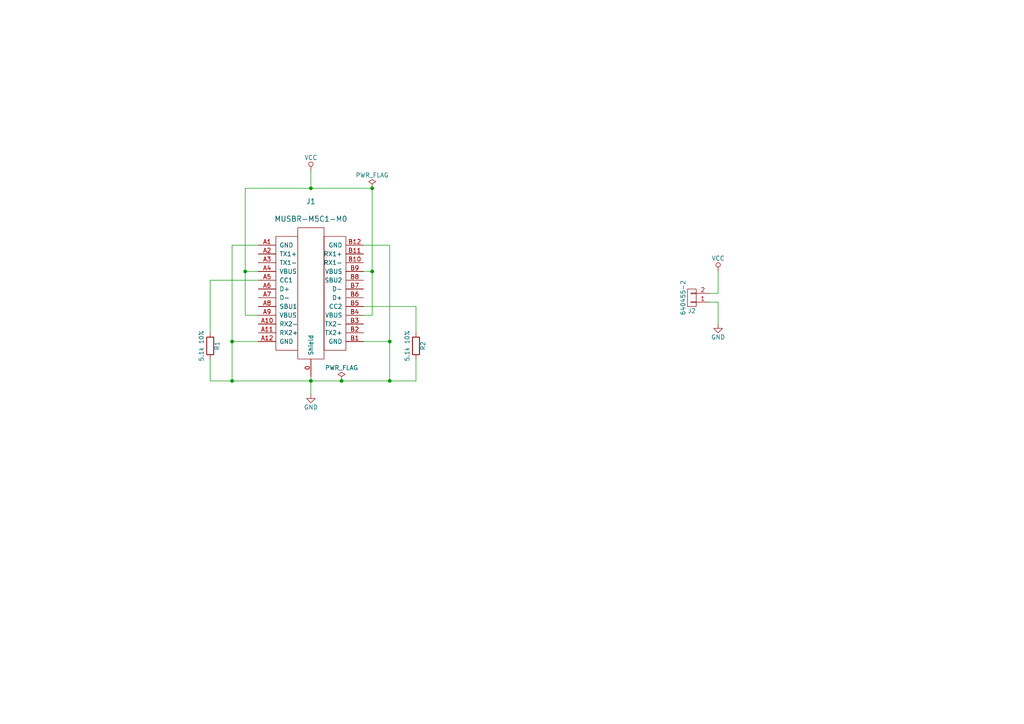
<source format=kicad_sch>
(kicad_sch (version 20230121) (generator eeschema)
  (paper "A4")
  (title_block (title "USB-C BREAKOUT (SIMPLE)") (date "2018-04-03") (rev "A") (company "VEENEMA DESIGN WORKS") (comment 1 "NOT USB-C COMPLIANT - NOT FOR PRODUCTION USE"))
  (lib_symbols
    (symbol "USB-C_Breakout-rescue:CONN_01X02" (pin_names (offset 1.016) hide)
      (property "Reference" "J" (at 0 3.81 0))
      (property "Value" "CONN_01X02" (at 2.54 0 90))
      (symbol "CONN_01X02_0_1"
        (rectangle (start -1.27 -1.143) (end 0.254 -1.397))
        (rectangle (start -1.27 1.397) (end 0.254 1.143))
        (rectangle (start -1.27 2.54) (end 1.27 -2.54))
      )
      (symbol "CONN_01X02_1_1"
        (pin passive line (at -5.08 1.27 0) (length 3.81) (name "P1") (number "1"))
        (pin passive line (at -5.08 -1.27 0) (length 3.81) (name "P2") (number "2"))
      )
    )
    (symbol "USB-C_Breakout-rescue:GND" (power) (pin_names (offset 0))
      (property "Value" "GND" (at 0 -3.81 0))
      (symbol "GND_0_1"
        (polyline (pts (xy 0 0) (xy 0 -1.27) (xy 1.27 -1.27) (xy 0 -2.54) (xy -1.27 -1.27) (xy 0 -1.27)))
      )
      (symbol "GND_1_1"
        (pin power_in line (at 0 0 270) (length 0) hide (name "GND") (number "1"))
      )
    )
    (symbol "USB-C_Breakout-rescue:PWR_FLAG" (power) (pin_numbers hide) (pin_names (offset 0) hide)
      (property "Value" "PWR_FLAG" (at 0 3.81 0))
      (symbol "PWR_FLAG_0_0"
        (pin power_out line (at 0 0 90) (length 0) (name "pwr") (number "1"))
      )
      (symbol "PWR_FLAG_0_1"
        (polyline (pts (xy 0 0) (xy 0 1.27) (xy -1.016 1.905) (xy 0 2.54) (xy 1.016 1.905) (xy 0 1.27)))
      )
    )
    (symbol "USB-C_Breakout-rescue:R" (pin_numbers hide) (pin_names (offset 0))
      (property "Reference" "R" (at 2.032 0 90))
      (property "Value" "R" (at 0 0 90))
      (symbol "R_0_1"
        (rectangle (start -1.016 -2.54) (end 1.016 2.54) (stroke (width 0.254)))
      )
      (symbol "R_1_1"
        (pin passive line (at 0 3.81 270) (length 1.27) (name "~") (number "1"))
        (pin passive line (at 0 -3.81 90) (length 1.27) (name "~") (number "2"))
      )
    )
    (symbol "USB-C_Breakout-rescue:USB_TYPE_C" (pin_names (offset 1.016))
      (property "Reference" "J" (at 0 26.67 0))
      (property "Value" "USB_TYPE_C" (at 0 21.59 0))
      (symbol "USB_TYPE_C_0_1"
        (rectangle (start -3.81 16.51) (end -10.16 -16.51))
        (rectangle (start -3.81 19.05) (end 3.81 -19.05))
        (rectangle (start 3.81 16.51) (end 3.81 16.51))
        (rectangle (start 3.81 16.51) (end 10.16 -16.51))
      )
      (symbol "USB_TYPE_C_1_1"
        (pin passive line (at 0 -24.13 90) (length 5.08) (name "Shield") (number "0"))
        (pin input line (at -15.24 13.97 0) (length 5.08) (name "GND") (number "A1"))
        (pin input line (at -15.24 -8.89 0) (length 5.08) (name "RX2-") (number "A10"))
        (pin input line (at -15.24 -11.43 0) (length 5.08) (name "RX2+") (number "A11"))
        (pin input line (at -15.24 -13.97 0) (length 5.08) (name "GND") (number "A12"))
        (pin input line (at -15.24 11.43 0) (length 5.08) (name "TX1+") (number "A2"))
        (pin input line (at -15.24 8.89 0) (length 5.08) (name "TX1-") (number "A3"))
        (pin input line (at -15.24 6.35 0) (length 5.08) (name "VBUS") (number "A4"))
        (pin bidirectional line (at -15.24 3.81 0) (length 5.08) (name "CC1") (number "A5"))
        (pin input line (at -15.24 1.27 0) (length 5.08) (name "D+") (number "A6"))
        (pin input line (at -15.24 -1.27 0) (length 5.08) (name "D-") (number "A7"))
        (pin input line (at -15.24 -3.81 0) (length 5.08) (name "SBU1") (number "A8"))
        (pin input line (at -15.24 -6.35 0) (length 5.08) (name "VBUS") (number "A9"))
        (pin input line (at 15.24 -13.97 180) (length 5.08) (name "GND") (number "B1"))
        (pin input line (at 15.24 8.89 180) (length 5.08) (name "RX1-") (number "B10"))
        (pin input line (at 15.24 11.43 180) (length 5.08) (name "RX1+") (number "B11"))
        (pin input line (at 15.24 13.97 180) (length 5.08) (name "GND") (number "B12"))
        (pin input line (at 15.24 -11.43 180) (length 5.08) (name "TX2+") (number "B2"))
        (pin input line (at 15.24 -8.89 180) (length 5.08) (name "TX2-") (number "B3"))
        (pin input line (at 15.24 -6.35 180) (length 5.08) (name "VBUS") (number "B4"))
        (pin bidirectional line (at 15.24 -3.81 180) (length 5.08) (name "CC2") (number "B5"))
        (pin input line (at 15.24 -1.27 180) (length 5.08) (name "D+") (number "B6"))
        (pin input line (at 15.24 1.27 180) (length 5.08) (name "D-") (number "B7"))
        (pin input line (at 15.24 3.81 180) (length 5.08) (name "SBU2") (number "B8"))
        (pin input line (at 15.24 6.35 180) (length 5.08) (name "VBUS") (number "B9"))
        (pin power_out line (at -5.08 40.64 0) (length 5.08) hide (name "GND") (number "G1"))
        (pin power_out line (at -5.08 44.45 0) (length 5.08) hide (name "GND") (number "G2"))
        (pin power_out line (at -5.08 48.26 0) (length 5.08) hide (name "GND") (number "G3"))
        (pin power_out line (at -5.08 52.07 0) (length 5.08) hide (name "GND") (number "G4"))
        (pin power_out line (at -5.08 55.88 0) (length 5.08) hide (name "GND") (number "G5"))
        (pin power_out line (at -5.08 59.69 0) (length 5.08) hide (name "GND") (number "G6"))
      )
    )
    (symbol "USB-C_Breakout-rescue:VCC" (power) (pin_names (offset 0))
      (property "Value" "VCC" (at 0 3.81 0))
      (symbol "VCC_0_1"
        (polyline (pts (xy 0 0) (xy 0 1.27)))
        (circle (center 0 1.905) (radius 0.635))
      )
      (symbol "VCC_1_1"
        (pin power_in line (at 0 0 90) (length 0) hide (name "VCC") (number "1"))
      )
    )
  )
  (junction (at 71.12 78.74))
  (junction (at 107.95 78.74))
  (junction (at 67.31 110.49))
  (junction (at 90.17 110.49))
  (junction (at 113.03 110.49))
  (junction (at 113.03 99.06))
  (junction (at 99.06 110.49))
  (junction (at 67.31 99.06))
  (junction (at 107.95 54.61))
  (junction (at 90.17 54.61))
  (wire (pts (xy 99.06 110.49) (xy 113.03 110.49)))
  (wire (pts (xy 67.31 99.06) (xy 67.31 110.49)))
  (wire (pts (xy 107.95 91.44) (xy 105.41 91.44)))
  (wire (pts (xy 205.74 87.63) (xy 208.28 87.63)))
  (wire (pts (xy 105.41 71.12) (xy 113.03 71.12)))
  (wire (pts (xy 71.12 54.61) (xy 90.17 54.61)))
  (wire (pts (xy 107.95 78.74) (xy 107.95 91.44)))
  (wire (pts (xy 67.31 71.12) (xy 67.31 99.06)))
  (wire (pts (xy 120.65 88.9) (xy 120.65 96.52)))
  (wire (pts (xy 205.74 85.09) (xy 208.28 85.09)))
  (wire (pts (xy 60.96 104.14) (xy 60.96 110.49)))
  (wire (pts (xy 74.93 78.74) (xy 71.12 78.74)))
  (wire (pts (xy 90.17 54.61) (xy 90.17 49.53)))
  (wire (pts (xy 90.17 110.49) (xy 99.06 110.49)))
  (wire (pts (xy 208.28 85.09) (xy 208.28 78.74)))
  (wire (pts (xy 71.12 54.61) (xy 71.12 78.74)))
  (wire (pts (xy 74.93 81.28) (xy 60.96 81.28)))
  (wire (pts (xy 105.41 78.74) (xy 107.95 78.74)))
  (wire (pts (xy 71.12 78.74) (xy 71.12 91.44)))
  (wire (pts (xy 74.93 99.06) (xy 67.31 99.06)))
  (wire (pts (xy 113.03 99.06) (xy 113.03 110.49)))
  (wire (pts (xy 113.03 110.49) (xy 120.65 110.49)))
  (wire (pts (xy 90.17 109.22) (xy 90.17 110.49)))
  (wire (pts (xy 105.41 99.06) (xy 113.03 99.06)))
  (wire (pts (xy 107.95 54.61) (xy 107.95 78.74)))
  (wire (pts (xy 67.31 71.12) (xy 74.93 71.12)))
  (wire (pts (xy 67.31 110.49) (xy 90.17 110.49)))
  (wire (pts (xy 120.65 110.49) (xy 120.65 104.14)))
  (wire (pts (xy 208.28 87.63) (xy 208.28 93.98)))
  (wire (pts (xy 105.41 88.9) (xy 120.65 88.9)))
  (wire (pts (xy 90.17 54.61) (xy 107.95 54.61)))
  (wire (pts (xy 113.03 71.12) (xy 113.03 99.06)))
  (wire (pts (xy 60.96 81.28) (xy 60.96 96.52)))
  (wire (pts (xy 71.12 91.44) (xy 74.93 91.44)))
  (wire (pts (xy 60.96 110.49) (xy 67.31 110.49)))
  (wire (pts (xy 90.17 110.49) (xy 90.17 114.3)))
  (symbol (lib_id "USB-C_Breakout-rescue:USB_TYPE_C") (at 90.17 85.09 0) (unit 1)
    (property "Reference" "J1" (at 90.17 58.42 0) (effects (font (size 1.524 1.524))))
    (property "Value" "MUSBR-M5C1-M0" (at 90.17 63.5 0) (effects (font (size 1.524 1.524))))
    (property "Footprint" "MUSBR-M5C1-X0:MUSBR-M5C1-X0" (effects hide))
  )
  (symbol (lib_id "USB-C_Breakout-rescue:CONN_01X02") (at 200.66 86.36 180) (unit 1)
    (property "Reference" "J2" (at 200.66 90.17 0))
    (property "Value" "640455-2" (at 198.12 86.36 90))
    (property "Footprint" "640455-2:640455-2" (effects hide))
  )
  (symbol (lib_id "USB-C_Breakout-rescue:R") (at 120.65 100.33 0) (unit 1)
    (property "Reference" "R2" (at 122.682 100.33 90))
    (property "Value" "5.1k 10%" (at 118.11 100.33 90))
    (property "Footprint" "Resistors_SMD:R_0805" (effects hide))
  )
  (symbol (lib_id "USB-C_Breakout-rescue:VCC") (at 90.17 49.53 0) (unit 1)
    (property "Reference" "#PWR01" (effects hide))
    (property "Value" "VCC" (at 90.17 45.72 0))
  )
  (symbol (lib_id "USB-C_Breakout-rescue:GND") (at 90.17 114.3 0) (unit 1)
    (property "Reference" "#PWR02" (effects hide))
    (property "Value" "GND" (at 90.17 118.11 0))
  )
  (symbol (lib_id "USB-C_Breakout-rescue:VCC") (at 208.28 78.74 0) (unit 1)
    (property "Reference" "#PWR03" (effects hide))
    (property "Value" "VCC" (at 208.28 74.93 0))
  )
  (symbol (lib_id "USB-C_Breakout-rescue:GND") (at 208.28 93.98 0) (unit 1)
    (property "Reference" "#PWR04" (effects hide))
    (property "Value" "GND" (at 208.28 97.79 0))
  )
  (symbol (lib_id "USB-C_Breakout-rescue:R") (at 60.96 100.33 0) (unit 1)
    (property "Reference" "R1" (at 62.992 100.33 90))
    (property "Value" "5.1k 10%" (at 58.42 100.33 90))
    (property "Footprint" "Resistors_SMD:R_0805" (effects hide))
  )
  (symbol (lib_id "USB-C_Breakout-rescue:PWR_FLAG") (at 99.06 110.49 0) (unit 1)
    (property "Reference" "#FLG?" (effects hide))
    (property "Value" "PWR_FLAG" (at 99.06 106.68 0))
  )
  (symbol (lib_id "USB-C_Breakout-rescue:PWR_FLAG") (at 107.95 54.61 0) (unit 1)
    (property "Reference" "#FLG?" (effects hide))
    (property "Value" "PWR_FLAG" (at 107.95 50.8 0))
  )
)
</source>
